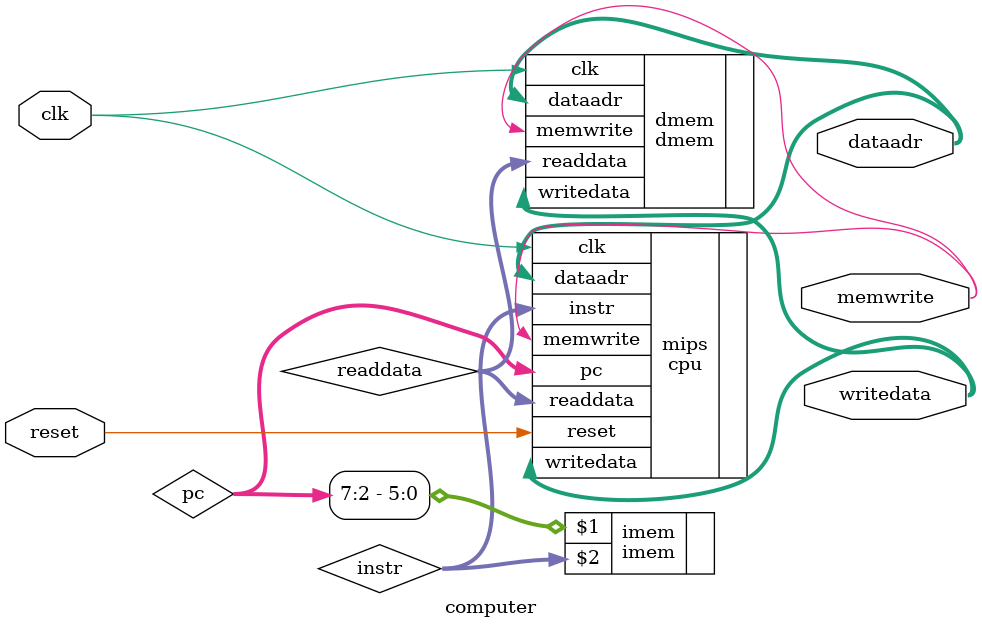
<source format=sv>
`ifndef COMPUTER
`define COMPUTER

`timescale 1ns/100ps

`include "../cpu/cpu.sv"
`include "../imem/imem.sv"
`include "../dmem/dmem.sv"

module computer #(parameter n = 32)(
    
    input  logic           clk, reset, 
    output logic [(n-1):0] writedata, dataadr, 
    output logic           memwrite
);
    logic [(n-1):0] pc, instr, readdata;

    // Internal components

    // CPU
    cpu mips(
        .clk(clk),
        .reset(reset),
        .pc(pc),
        .instr(instr),
        .memwrite(memwrite),
        .dataadr(dataadr),
        .writedata(writedata),
        .readdata(readdata)
    );
    
    // Instruction memory ("text segment") in main memory
    imem imem(pc[7:2], instr);
   
    // Data memory ("data segment") in main memory
    dmem dmem(
        .clk(clk),
        .memwrite(memwrite),
        .dataadr(dataadr),
        .writedata(writedata),
        .readdata(readdata)
    );

endmodule
`endif // COMPUTER

</source>
